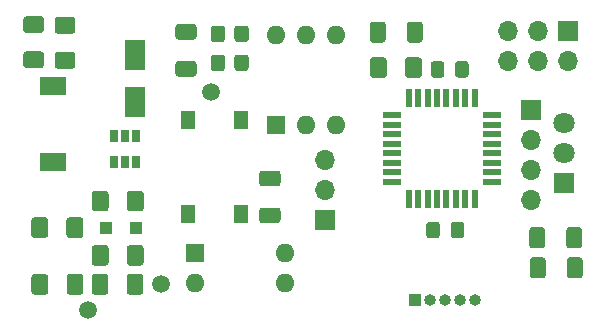
<source format=gbr>
G04 #@! TF.GenerationSoftware,KiCad,Pcbnew,5.1.10-6.fc34*
G04 #@! TF.CreationDate,2021-10-18T16:16:49+02:00*
G04 #@! TF.ProjectId,mimu_phantom,6d696d75-5f70-4686-916e-746f6d2e6b69,rev?*
G04 #@! TF.SameCoordinates,Original*
G04 #@! TF.FileFunction,Soldermask,Top*
G04 #@! TF.FilePolarity,Negative*
%FSLAX46Y46*%
G04 Gerber Fmt 4.6, Leading zero omitted, Abs format (unit mm)*
G04 Created by KiCad (PCBNEW 5.1.10-6.fc34) date 2021-10-18 16:16:49*
%MOMM*%
%LPD*%
G01*
G04 APERTURE LIST*
%ADD10O,1.700000X1.700000*%
%ADD11R,1.700000X1.700000*%
%ADD12C,1.500000*%
%ADD13R,1.300000X1.550000*%
%ADD14C,1.800000*%
%ADD15R,1.800000X1.800000*%
%ADD16O,1.600000X1.600000*%
%ADD17R,1.600000X1.600000*%
%ADD18R,2.200000X1.500000*%
%ADD19R,1.800000X2.500000*%
%ADD20R,1.000000X1.000000*%
%ADD21R,0.650000X1.060000*%
%ADD22R,1.600000X0.550000*%
%ADD23R,0.550000X1.600000*%
%ADD24O,1.000000X1.000000*%
G04 APERTURE END LIST*
D10*
X144850000Y-89270000D03*
X144850000Y-86730000D03*
X144850000Y-84190000D03*
D11*
X144850000Y-81650000D03*
G36*
G01*
X122049998Y-89950000D02*
X123350002Y-89950000D01*
G75*
G02*
X123600000Y-90199998I0J-249998D01*
G01*
X123600000Y-91025002D01*
G75*
G02*
X123350002Y-91275000I-249998J0D01*
G01*
X122049998Y-91275000D01*
G75*
G02*
X121800000Y-91025002I0J249998D01*
G01*
X121800000Y-90199998D01*
G75*
G02*
X122049998Y-89950000I249998J0D01*
G01*
G37*
G36*
G01*
X122049998Y-86825000D02*
X123350002Y-86825000D01*
G75*
G02*
X123600000Y-87074998I0J-249998D01*
G01*
X123600000Y-87900002D01*
G75*
G02*
X123350002Y-88150000I-249998J0D01*
G01*
X122049998Y-88150000D01*
G75*
G02*
X121800000Y-87900002I0J249998D01*
G01*
X121800000Y-87074998D01*
G75*
G02*
X122049998Y-86825000I249998J0D01*
G01*
G37*
G36*
G01*
X147850000Y-95700002D02*
X147850000Y-94399998D01*
G75*
G02*
X148099998Y-94150000I249998J0D01*
G01*
X148925002Y-94150000D01*
G75*
G02*
X149175000Y-94399998I0J-249998D01*
G01*
X149175000Y-95700002D01*
G75*
G02*
X148925002Y-95950000I-249998J0D01*
G01*
X148099998Y-95950000D01*
G75*
G02*
X147850000Y-95700002I0J249998D01*
G01*
G37*
G36*
G01*
X144725000Y-95700002D02*
X144725000Y-94399998D01*
G75*
G02*
X144974998Y-94150000I249998J0D01*
G01*
X145800002Y-94150000D01*
G75*
G02*
X146050000Y-94399998I0J-249998D01*
G01*
X146050000Y-95700002D01*
G75*
G02*
X145800002Y-95950000I-249998J0D01*
G01*
X144974998Y-95950000D01*
G75*
G02*
X144725000Y-95700002I0J249998D01*
G01*
G37*
G36*
G01*
X147800000Y-93150002D02*
X147800000Y-91849998D01*
G75*
G02*
X148049998Y-91600000I249998J0D01*
G01*
X148875002Y-91600000D01*
G75*
G02*
X149125000Y-91849998I0J-249998D01*
G01*
X149125000Y-93150002D01*
G75*
G02*
X148875002Y-93400000I-249998J0D01*
G01*
X148049998Y-93400000D01*
G75*
G02*
X147800000Y-93150002I0J249998D01*
G01*
G37*
G36*
G01*
X144675000Y-93150002D02*
X144675000Y-91849998D01*
G75*
G02*
X144924998Y-91600000I249998J0D01*
G01*
X145750002Y-91600000D01*
G75*
G02*
X146000000Y-91849998I0J-249998D01*
G01*
X146000000Y-93150002D01*
G75*
G02*
X145750002Y-93400000I-249998J0D01*
G01*
X144924998Y-93400000D01*
G75*
G02*
X144675000Y-93150002I0J249998D01*
G01*
G37*
D12*
X117700000Y-80200000D03*
G36*
G01*
X114949998Y-77537500D02*
X116250002Y-77537500D01*
G75*
G02*
X116500000Y-77787498I0J-249998D01*
G01*
X116500000Y-78612502D01*
G75*
G02*
X116250002Y-78862500I-249998J0D01*
G01*
X114949998Y-78862500D01*
G75*
G02*
X114700000Y-78612502I0J249998D01*
G01*
X114700000Y-77787498D01*
G75*
G02*
X114949998Y-77537500I249998J0D01*
G01*
G37*
G36*
G01*
X114949998Y-74412500D02*
X116250002Y-74412500D01*
G75*
G02*
X116500000Y-74662498I0J-249998D01*
G01*
X116500000Y-75487502D01*
G75*
G02*
X116250002Y-75737500I-249998J0D01*
G01*
X114949998Y-75737500D01*
G75*
G02*
X114700000Y-75487502I0J249998D01*
G01*
X114700000Y-74662498D01*
G75*
G02*
X114949998Y-74412500I249998J0D01*
G01*
G37*
G36*
G01*
X132500000Y-74449998D02*
X132500000Y-75750002D01*
G75*
G02*
X132250002Y-76000000I-249998J0D01*
G01*
X131424998Y-76000000D01*
G75*
G02*
X131175000Y-75750002I0J249998D01*
G01*
X131175000Y-74449998D01*
G75*
G02*
X131424998Y-74200000I249998J0D01*
G01*
X132250002Y-74200000D01*
G75*
G02*
X132500000Y-74449998I0J-249998D01*
G01*
G37*
G36*
G01*
X135625000Y-74449998D02*
X135625000Y-75750002D01*
G75*
G02*
X135375002Y-76000000I-249998J0D01*
G01*
X134549998Y-76000000D01*
G75*
G02*
X134300000Y-75750002I0J249998D01*
G01*
X134300000Y-74449998D01*
G75*
G02*
X134549998Y-74200000I249998J0D01*
G01*
X135375002Y-74200000D01*
G75*
G02*
X135625000Y-74449998I0J-249998D01*
G01*
G37*
D13*
X120250000Y-82525000D03*
X120250000Y-90475000D03*
X115750000Y-82525000D03*
X115750000Y-90475000D03*
D14*
X147600000Y-82820000D03*
X147600000Y-85360000D03*
D15*
X147600000Y-87900000D03*
D16*
X123250000Y-75330000D03*
X128330000Y-82950000D03*
X125790000Y-75330000D03*
X125790000Y-82950000D03*
X128330000Y-75330000D03*
D17*
X123250000Y-82950000D03*
G36*
G01*
X118900000Y-74799999D02*
X118900000Y-75700001D01*
G75*
G02*
X118650001Y-75950000I-249999J0D01*
G01*
X117949999Y-75950000D01*
G75*
G02*
X117700000Y-75700001I0J249999D01*
G01*
X117700000Y-74799999D01*
G75*
G02*
X117949999Y-74550000I249999J0D01*
G01*
X118650001Y-74550000D01*
G75*
G02*
X118900000Y-74799999I0J-249999D01*
G01*
G37*
G36*
G01*
X120900000Y-74799999D02*
X120900000Y-75700001D01*
G75*
G02*
X120650001Y-75950000I-249999J0D01*
G01*
X119949999Y-75950000D01*
G75*
G02*
X119700000Y-75700001I0J249999D01*
G01*
X119700000Y-74799999D01*
G75*
G02*
X119949999Y-74550000I249999J0D01*
G01*
X120650001Y-74550000D01*
G75*
G02*
X120900000Y-74799999I0J-249999D01*
G01*
G37*
G36*
G01*
X118900000Y-77249999D02*
X118900000Y-78150001D01*
G75*
G02*
X118650001Y-78400000I-249999J0D01*
G01*
X117949999Y-78400000D01*
G75*
G02*
X117700000Y-78150001I0J249999D01*
G01*
X117700000Y-77249999D01*
G75*
G02*
X117949999Y-77000000I249999J0D01*
G01*
X118650001Y-77000000D01*
G75*
G02*
X118900000Y-77249999I0J-249999D01*
G01*
G37*
G36*
G01*
X120900000Y-77249999D02*
X120900000Y-78150001D01*
G75*
G02*
X120650001Y-78400000I-249999J0D01*
G01*
X119949999Y-78400000D01*
G75*
G02*
X119700000Y-78150001I0J249999D01*
G01*
X119700000Y-77249999D01*
G75*
G02*
X119949999Y-77000000I249999J0D01*
G01*
X120650001Y-77000000D01*
G75*
G02*
X120900000Y-77249999I0J-249999D01*
G01*
G37*
D18*
X104300000Y-86050000D03*
X104300000Y-79650000D03*
D19*
X111300000Y-81000000D03*
X111300000Y-77000000D03*
D20*
X108850000Y-91650000D03*
X111350000Y-91650000D03*
D12*
X107300000Y-98650000D03*
X113450000Y-96450000D03*
G36*
G01*
X132595000Y-77475000D02*
X132595000Y-78725000D01*
G75*
G02*
X132345000Y-78975000I-250000J0D01*
G01*
X131420000Y-78975000D01*
G75*
G02*
X131170000Y-78725000I0J250000D01*
G01*
X131170000Y-77475000D01*
G75*
G02*
X131420000Y-77225000I250000J0D01*
G01*
X132345000Y-77225000D01*
G75*
G02*
X132595000Y-77475000I0J-250000D01*
G01*
G37*
G36*
G01*
X135570000Y-77475000D02*
X135570000Y-78725000D01*
G75*
G02*
X135320000Y-78975000I-250000J0D01*
G01*
X134395000Y-78975000D01*
G75*
G02*
X134145000Y-78725000I0J250000D01*
G01*
X134145000Y-77475000D01*
G75*
G02*
X134395000Y-77225000I250000J0D01*
G01*
X135320000Y-77225000D01*
G75*
G02*
X135570000Y-77475000I0J-250000D01*
G01*
G37*
G36*
G01*
X109025000Y-95825000D02*
X109025000Y-97075000D01*
G75*
G02*
X108775000Y-97325000I-250000J0D01*
G01*
X107850000Y-97325000D01*
G75*
G02*
X107600000Y-97075000I0J250000D01*
G01*
X107600000Y-95825000D01*
G75*
G02*
X107850000Y-95575000I250000J0D01*
G01*
X108775000Y-95575000D01*
G75*
G02*
X109025000Y-95825000I0J-250000D01*
G01*
G37*
G36*
G01*
X112000000Y-95825000D02*
X112000000Y-97075000D01*
G75*
G02*
X111750000Y-97325000I-250000J0D01*
G01*
X110825000Y-97325000D01*
G75*
G02*
X110575000Y-97075000I0J250000D01*
G01*
X110575000Y-95825000D01*
G75*
G02*
X110825000Y-95575000I250000J0D01*
G01*
X111750000Y-95575000D01*
G75*
G02*
X112000000Y-95825000I0J-250000D01*
G01*
G37*
G36*
G01*
X103937500Y-95825000D02*
X103937500Y-97075000D01*
G75*
G02*
X103687500Y-97325000I-250000J0D01*
G01*
X102762500Y-97325000D01*
G75*
G02*
X102512500Y-97075000I0J250000D01*
G01*
X102512500Y-95825000D01*
G75*
G02*
X102762500Y-95575000I250000J0D01*
G01*
X103687500Y-95575000D01*
G75*
G02*
X103937500Y-95825000I0J-250000D01*
G01*
G37*
G36*
G01*
X106912500Y-95825000D02*
X106912500Y-97075000D01*
G75*
G02*
X106662500Y-97325000I-250000J0D01*
G01*
X105737500Y-97325000D01*
G75*
G02*
X105487500Y-97075000I0J250000D01*
G01*
X105487500Y-95825000D01*
G75*
G02*
X105737500Y-95575000I250000J0D01*
G01*
X106662500Y-95575000D01*
G75*
G02*
X106912500Y-95825000I0J-250000D01*
G01*
G37*
G36*
G01*
X109037500Y-88775000D02*
X109037500Y-90025000D01*
G75*
G02*
X108787500Y-90275000I-250000J0D01*
G01*
X107862500Y-90275000D01*
G75*
G02*
X107612500Y-90025000I0J250000D01*
G01*
X107612500Y-88775000D01*
G75*
G02*
X107862500Y-88525000I250000J0D01*
G01*
X108787500Y-88525000D01*
G75*
G02*
X109037500Y-88775000I0J-250000D01*
G01*
G37*
G36*
G01*
X112012500Y-88775000D02*
X112012500Y-90025000D01*
G75*
G02*
X111762500Y-90275000I-250000J0D01*
G01*
X110837500Y-90275000D01*
G75*
G02*
X110587500Y-90025000I0J250000D01*
G01*
X110587500Y-88775000D01*
G75*
G02*
X110837500Y-88525000I250000J0D01*
G01*
X111762500Y-88525000D01*
G75*
G02*
X112012500Y-88775000I0J-250000D01*
G01*
G37*
G36*
G01*
X109037500Y-93375000D02*
X109037500Y-94625000D01*
G75*
G02*
X108787500Y-94875000I-250000J0D01*
G01*
X107862500Y-94875000D01*
G75*
G02*
X107612500Y-94625000I0J250000D01*
G01*
X107612500Y-93375000D01*
G75*
G02*
X107862500Y-93125000I250000J0D01*
G01*
X108787500Y-93125000D01*
G75*
G02*
X109037500Y-93375000I0J-250000D01*
G01*
G37*
G36*
G01*
X112012500Y-93375000D02*
X112012500Y-94625000D01*
G75*
G02*
X111762500Y-94875000I-250000J0D01*
G01*
X110837500Y-94875000D01*
G75*
G02*
X110587500Y-94625000I0J250000D01*
G01*
X110587500Y-93375000D01*
G75*
G02*
X110837500Y-93125000I250000J0D01*
G01*
X111762500Y-93125000D01*
G75*
G02*
X112012500Y-93375000I0J-250000D01*
G01*
G37*
G36*
G01*
X104725000Y-76775000D02*
X105975000Y-76775000D01*
G75*
G02*
X106225000Y-77025000I0J-250000D01*
G01*
X106225000Y-77950000D01*
G75*
G02*
X105975000Y-78200000I-250000J0D01*
G01*
X104725000Y-78200000D01*
G75*
G02*
X104475000Y-77950000I0J250000D01*
G01*
X104475000Y-77025000D01*
G75*
G02*
X104725000Y-76775000I250000J0D01*
G01*
G37*
G36*
G01*
X104725000Y-73800000D02*
X105975000Y-73800000D01*
G75*
G02*
X106225000Y-74050000I0J-250000D01*
G01*
X106225000Y-74975000D01*
G75*
G02*
X105975000Y-75225000I-250000J0D01*
G01*
X104725000Y-75225000D01*
G75*
G02*
X104475000Y-74975000I0J250000D01*
G01*
X104475000Y-74050000D01*
G75*
G02*
X104725000Y-73800000I250000J0D01*
G01*
G37*
G36*
G01*
X102075000Y-76725000D02*
X103325000Y-76725000D01*
G75*
G02*
X103575000Y-76975000I0J-250000D01*
G01*
X103575000Y-77900000D01*
G75*
G02*
X103325000Y-78150000I-250000J0D01*
G01*
X102075000Y-78150000D01*
G75*
G02*
X101825000Y-77900000I0J250000D01*
G01*
X101825000Y-76975000D01*
G75*
G02*
X102075000Y-76725000I250000J0D01*
G01*
G37*
G36*
G01*
X102075000Y-73750000D02*
X103325000Y-73750000D01*
G75*
G02*
X103575000Y-74000000I0J-250000D01*
G01*
X103575000Y-74925000D01*
G75*
G02*
X103325000Y-75175000I-250000J0D01*
G01*
X102075000Y-75175000D01*
G75*
G02*
X101825000Y-74925000I0J250000D01*
G01*
X101825000Y-74000000D01*
G75*
G02*
X102075000Y-73750000I250000J0D01*
G01*
G37*
G36*
G01*
X103925000Y-91025000D02*
X103925000Y-92275000D01*
G75*
G02*
X103675000Y-92525000I-250000J0D01*
G01*
X102750000Y-92525000D01*
G75*
G02*
X102500000Y-92275000I0J250000D01*
G01*
X102500000Y-91025000D01*
G75*
G02*
X102750000Y-90775000I250000J0D01*
G01*
X103675000Y-90775000D01*
G75*
G02*
X103925000Y-91025000I0J-250000D01*
G01*
G37*
G36*
G01*
X106900000Y-91025000D02*
X106900000Y-92275000D01*
G75*
G02*
X106650000Y-92525000I-250000J0D01*
G01*
X105725000Y-92525000D01*
G75*
G02*
X105475000Y-92275000I0J250000D01*
G01*
X105475000Y-91025000D01*
G75*
G02*
X105725000Y-90775000I250000J0D01*
G01*
X106650000Y-90775000D01*
G75*
G02*
X106900000Y-91025000I0J-250000D01*
G01*
G37*
D21*
X110450000Y-83850000D03*
X109500000Y-83850000D03*
X111400000Y-83850000D03*
X111400000Y-86050000D03*
X110450000Y-86050000D03*
X109500000Y-86050000D03*
D22*
X133000000Y-87750000D03*
X133000000Y-86950000D03*
X133000000Y-86150000D03*
X133000000Y-85350000D03*
X133000000Y-84550000D03*
X133000000Y-83750000D03*
X133000000Y-82950000D03*
X133000000Y-82150000D03*
D23*
X134450000Y-80700000D03*
X135250000Y-80700000D03*
X136050000Y-80700000D03*
X136850000Y-80700000D03*
X137650000Y-80700000D03*
X138450000Y-80700000D03*
X139250000Y-80700000D03*
X140050000Y-80700000D03*
D22*
X141500000Y-82150000D03*
X141500000Y-82950000D03*
X141500000Y-83750000D03*
X141500000Y-84550000D03*
X141500000Y-85350000D03*
X141500000Y-86150000D03*
X141500000Y-86950000D03*
X141500000Y-87750000D03*
D23*
X140050000Y-89200000D03*
X139250000Y-89200000D03*
X138450000Y-89200000D03*
X137650000Y-89200000D03*
X136850000Y-89200000D03*
X136050000Y-89200000D03*
X135250000Y-89200000D03*
X134450000Y-89200000D03*
D16*
X124020000Y-93800000D03*
X116400000Y-96340000D03*
X124020000Y-96340000D03*
D17*
X116400000Y-93800000D03*
D24*
X140090000Y-97750000D03*
X138820000Y-97750000D03*
X137550000Y-97750000D03*
X136280000Y-97750000D03*
D20*
X135010000Y-97750000D03*
D10*
X142870000Y-77550000D03*
X142870000Y-75010000D03*
X145410000Y-77550000D03*
X145410000Y-75010000D03*
X147950000Y-77550000D03*
D11*
X147950000Y-75010000D03*
D10*
X127400000Y-85920000D03*
X127400000Y-88460000D03*
D11*
X127400000Y-91000000D03*
G36*
G01*
X138000000Y-92300001D02*
X138000000Y-91399999D01*
G75*
G02*
X138249999Y-91150000I249999J0D01*
G01*
X138900001Y-91150000D01*
G75*
G02*
X139150000Y-91399999I0J-249999D01*
G01*
X139150000Y-92300001D01*
G75*
G02*
X138900001Y-92550000I-249999J0D01*
G01*
X138249999Y-92550000D01*
G75*
G02*
X138000000Y-92300001I0J249999D01*
G01*
G37*
G36*
G01*
X135950000Y-92300001D02*
X135950000Y-91399999D01*
G75*
G02*
X136199999Y-91150000I249999J0D01*
G01*
X136850001Y-91150000D01*
G75*
G02*
X137100000Y-91399999I0J-249999D01*
G01*
X137100000Y-92300001D01*
G75*
G02*
X136850001Y-92550000I-249999J0D01*
G01*
X136199999Y-92550000D01*
G75*
G02*
X135950000Y-92300001I0J249999D01*
G01*
G37*
G36*
G01*
X137475000Y-77799999D02*
X137475000Y-78700001D01*
G75*
G02*
X137225001Y-78950000I-249999J0D01*
G01*
X136574999Y-78950000D01*
G75*
G02*
X136325000Y-78700001I0J249999D01*
G01*
X136325000Y-77799999D01*
G75*
G02*
X136574999Y-77550000I249999J0D01*
G01*
X137225001Y-77550000D01*
G75*
G02*
X137475000Y-77799999I0J-249999D01*
G01*
G37*
G36*
G01*
X139525000Y-77799999D02*
X139525000Y-78700001D01*
G75*
G02*
X139275001Y-78950000I-249999J0D01*
G01*
X138624999Y-78950000D01*
G75*
G02*
X138375000Y-78700001I0J249999D01*
G01*
X138375000Y-77799999D01*
G75*
G02*
X138624999Y-77550000I249999J0D01*
G01*
X139275001Y-77550000D01*
G75*
G02*
X139525000Y-77799999I0J-249999D01*
G01*
G37*
M02*

</source>
